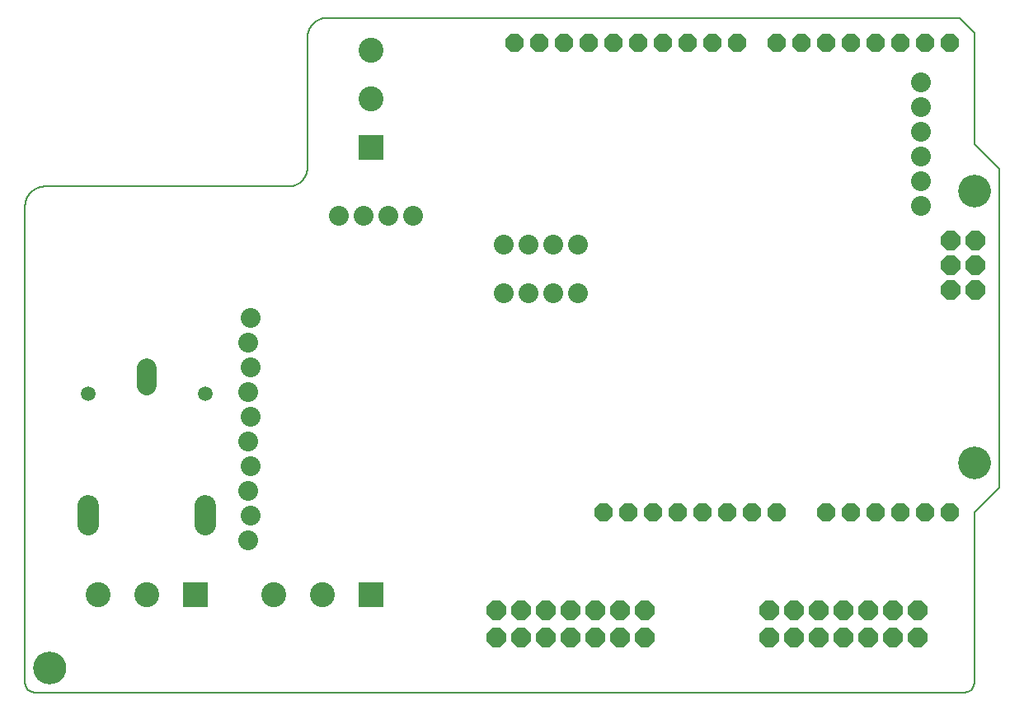
<source format=gbs>
G75*
%MOIN*%
%OFA0B0*%
%FSLAX25Y25*%
%IPPOS*%
%LPD*%
%AMOC8*
5,1,8,0,0,1.08239X$1,22.5*
%
%ADD10C,0.00591*%
%ADD11C,0.00000*%
%ADD12C,0.13198*%
%ADD13OC8,0.07200*%
%ADD14OC8,0.08000*%
%ADD15C,0.08000*%
%ADD16R,0.10100X0.10100*%
%ADD17C,0.10100*%
%ADD18C,0.07874*%
%ADD19C,0.08600*%
%ADD20C,0.05906*%
D10*
X0001500Y0005437D02*
X0001500Y0198350D01*
X0001502Y0198540D01*
X0001509Y0198730D01*
X0001521Y0198920D01*
X0001537Y0199110D01*
X0001557Y0199299D01*
X0001583Y0199488D01*
X0001612Y0199676D01*
X0001647Y0199863D01*
X0001686Y0200049D01*
X0001729Y0200234D01*
X0001777Y0200419D01*
X0001829Y0200602D01*
X0001885Y0200783D01*
X0001946Y0200963D01*
X0002012Y0201142D01*
X0002081Y0201319D01*
X0002155Y0201495D01*
X0002233Y0201668D01*
X0002316Y0201840D01*
X0002402Y0202009D01*
X0002492Y0202177D01*
X0002587Y0202342D01*
X0002685Y0202505D01*
X0002788Y0202665D01*
X0002894Y0202823D01*
X0003004Y0202978D01*
X0003117Y0203131D01*
X0003235Y0203281D01*
X0003356Y0203427D01*
X0003480Y0203571D01*
X0003608Y0203712D01*
X0003739Y0203850D01*
X0003874Y0203985D01*
X0004012Y0204116D01*
X0004153Y0204244D01*
X0004297Y0204368D01*
X0004443Y0204489D01*
X0004593Y0204607D01*
X0004746Y0204720D01*
X0004901Y0204830D01*
X0005059Y0204936D01*
X0005219Y0205039D01*
X0005382Y0205137D01*
X0005547Y0205232D01*
X0005715Y0205322D01*
X0005884Y0205408D01*
X0006056Y0205491D01*
X0006229Y0205569D01*
X0006405Y0205643D01*
X0006582Y0205712D01*
X0006761Y0205778D01*
X0006941Y0205839D01*
X0007122Y0205895D01*
X0007305Y0205947D01*
X0007490Y0205995D01*
X0007675Y0206038D01*
X0007861Y0206077D01*
X0008048Y0206112D01*
X0008236Y0206141D01*
X0008425Y0206167D01*
X0008614Y0206187D01*
X0008804Y0206203D01*
X0008994Y0206215D01*
X0009184Y0206222D01*
X0009374Y0206224D01*
X0107799Y0206224D01*
X0107989Y0206226D01*
X0108179Y0206233D01*
X0108369Y0206245D01*
X0108559Y0206261D01*
X0108748Y0206281D01*
X0108937Y0206307D01*
X0109125Y0206336D01*
X0109312Y0206371D01*
X0109498Y0206410D01*
X0109683Y0206453D01*
X0109868Y0206501D01*
X0110051Y0206553D01*
X0110232Y0206609D01*
X0110412Y0206670D01*
X0110591Y0206736D01*
X0110768Y0206805D01*
X0110944Y0206879D01*
X0111117Y0206957D01*
X0111289Y0207040D01*
X0111458Y0207126D01*
X0111626Y0207216D01*
X0111791Y0207311D01*
X0111954Y0207409D01*
X0112114Y0207512D01*
X0112272Y0207618D01*
X0112427Y0207728D01*
X0112580Y0207841D01*
X0112730Y0207959D01*
X0112876Y0208080D01*
X0113020Y0208204D01*
X0113161Y0208332D01*
X0113299Y0208463D01*
X0113434Y0208598D01*
X0113565Y0208736D01*
X0113693Y0208877D01*
X0113817Y0209021D01*
X0113938Y0209167D01*
X0114056Y0209317D01*
X0114169Y0209470D01*
X0114279Y0209625D01*
X0114385Y0209783D01*
X0114488Y0209943D01*
X0114586Y0210106D01*
X0114681Y0210271D01*
X0114771Y0210439D01*
X0114857Y0210608D01*
X0114940Y0210780D01*
X0115018Y0210953D01*
X0115092Y0211129D01*
X0115161Y0211306D01*
X0115227Y0211485D01*
X0115288Y0211665D01*
X0115344Y0211846D01*
X0115396Y0212029D01*
X0115444Y0212214D01*
X0115487Y0212399D01*
X0115526Y0212585D01*
X0115561Y0212772D01*
X0115590Y0212960D01*
X0115616Y0213149D01*
X0115636Y0213338D01*
X0115652Y0213528D01*
X0115664Y0213718D01*
X0115671Y0213908D01*
X0115673Y0214098D01*
X0115673Y0266618D01*
X0115675Y0266808D01*
X0115682Y0266998D01*
X0115694Y0267188D01*
X0115710Y0267378D01*
X0115730Y0267567D01*
X0115756Y0267756D01*
X0115785Y0267944D01*
X0115820Y0268131D01*
X0115859Y0268317D01*
X0115902Y0268502D01*
X0115950Y0268687D01*
X0116002Y0268870D01*
X0116058Y0269051D01*
X0116119Y0269231D01*
X0116185Y0269410D01*
X0116254Y0269587D01*
X0116328Y0269763D01*
X0116406Y0269936D01*
X0116489Y0270108D01*
X0116575Y0270277D01*
X0116665Y0270445D01*
X0116760Y0270610D01*
X0116858Y0270773D01*
X0116961Y0270933D01*
X0117067Y0271091D01*
X0117177Y0271246D01*
X0117290Y0271399D01*
X0117408Y0271549D01*
X0117529Y0271695D01*
X0117653Y0271839D01*
X0117781Y0271980D01*
X0117912Y0272118D01*
X0118047Y0272253D01*
X0118185Y0272384D01*
X0118326Y0272512D01*
X0118470Y0272636D01*
X0118616Y0272757D01*
X0118766Y0272875D01*
X0118919Y0272988D01*
X0119074Y0273098D01*
X0119232Y0273204D01*
X0119392Y0273307D01*
X0119555Y0273405D01*
X0119720Y0273500D01*
X0119888Y0273590D01*
X0120057Y0273676D01*
X0120229Y0273759D01*
X0120402Y0273837D01*
X0120578Y0273911D01*
X0120755Y0273980D01*
X0120934Y0274046D01*
X0121114Y0274107D01*
X0121295Y0274163D01*
X0121478Y0274215D01*
X0121663Y0274263D01*
X0121848Y0274306D01*
X0122034Y0274345D01*
X0122221Y0274380D01*
X0122409Y0274409D01*
X0122598Y0274435D01*
X0122787Y0274455D01*
X0122977Y0274471D01*
X0123167Y0274483D01*
X0123357Y0274490D01*
X0123547Y0274492D01*
X0379201Y0274492D01*
X0385201Y0268492D01*
X0385201Y0223492D01*
X0395201Y0213492D01*
X0395201Y0084492D01*
X0385201Y0074492D01*
X0385201Y0005437D01*
X0385199Y0005313D01*
X0385193Y0005190D01*
X0385184Y0005066D01*
X0385170Y0004944D01*
X0385153Y0004821D01*
X0385131Y0004699D01*
X0385106Y0004578D01*
X0385077Y0004458D01*
X0385045Y0004339D01*
X0385008Y0004220D01*
X0384968Y0004103D01*
X0384925Y0003988D01*
X0384877Y0003873D01*
X0384826Y0003761D01*
X0384772Y0003650D01*
X0384714Y0003540D01*
X0384653Y0003433D01*
X0384588Y0003327D01*
X0384520Y0003224D01*
X0384449Y0003123D01*
X0384375Y0003024D01*
X0384298Y0002927D01*
X0384217Y0002833D01*
X0384134Y0002742D01*
X0384048Y0002653D01*
X0383959Y0002567D01*
X0383868Y0002484D01*
X0383774Y0002403D01*
X0383677Y0002326D01*
X0383578Y0002252D01*
X0383477Y0002181D01*
X0383374Y0002113D01*
X0383268Y0002048D01*
X0383161Y0001987D01*
X0383051Y0001929D01*
X0382940Y0001875D01*
X0382828Y0001824D01*
X0382713Y0001776D01*
X0382598Y0001733D01*
X0382481Y0001693D01*
X0382362Y0001656D01*
X0382243Y0001624D01*
X0382123Y0001595D01*
X0382002Y0001570D01*
X0381880Y0001548D01*
X0381757Y0001531D01*
X0381635Y0001517D01*
X0381511Y0001508D01*
X0381388Y0001502D01*
X0381264Y0001500D01*
X0005437Y0001500D01*
X0005313Y0001502D01*
X0005190Y0001508D01*
X0005066Y0001517D01*
X0004944Y0001531D01*
X0004821Y0001548D01*
X0004699Y0001570D01*
X0004578Y0001595D01*
X0004458Y0001624D01*
X0004339Y0001656D01*
X0004220Y0001693D01*
X0004103Y0001733D01*
X0003988Y0001776D01*
X0003873Y0001824D01*
X0003761Y0001875D01*
X0003650Y0001929D01*
X0003540Y0001987D01*
X0003433Y0002048D01*
X0003327Y0002113D01*
X0003224Y0002181D01*
X0003123Y0002252D01*
X0003024Y0002326D01*
X0002927Y0002403D01*
X0002833Y0002484D01*
X0002742Y0002567D01*
X0002653Y0002653D01*
X0002567Y0002742D01*
X0002484Y0002833D01*
X0002403Y0002927D01*
X0002326Y0003024D01*
X0002252Y0003123D01*
X0002181Y0003224D01*
X0002113Y0003327D01*
X0002048Y0003433D01*
X0001987Y0003540D01*
X0001929Y0003650D01*
X0001875Y0003761D01*
X0001824Y0003873D01*
X0001776Y0003988D01*
X0001733Y0004103D01*
X0001693Y0004220D01*
X0001656Y0004339D01*
X0001624Y0004458D01*
X0001595Y0004578D01*
X0001570Y0004699D01*
X0001548Y0004821D01*
X0001531Y0004944D01*
X0001517Y0005066D01*
X0001508Y0005190D01*
X0001502Y0005313D01*
X0001500Y0005437D01*
D11*
X0005201Y0011500D02*
X0005203Y0011658D01*
X0005209Y0011816D01*
X0005219Y0011974D01*
X0005233Y0012132D01*
X0005251Y0012289D01*
X0005272Y0012446D01*
X0005298Y0012602D01*
X0005328Y0012758D01*
X0005361Y0012913D01*
X0005399Y0013066D01*
X0005440Y0013219D01*
X0005485Y0013371D01*
X0005534Y0013522D01*
X0005587Y0013671D01*
X0005643Y0013819D01*
X0005703Y0013965D01*
X0005767Y0014110D01*
X0005835Y0014253D01*
X0005906Y0014395D01*
X0005980Y0014535D01*
X0006058Y0014672D01*
X0006140Y0014808D01*
X0006224Y0014942D01*
X0006313Y0015073D01*
X0006404Y0015202D01*
X0006499Y0015329D01*
X0006596Y0015454D01*
X0006697Y0015576D01*
X0006801Y0015695D01*
X0006908Y0015812D01*
X0007018Y0015926D01*
X0007131Y0016037D01*
X0007246Y0016146D01*
X0007364Y0016251D01*
X0007485Y0016353D01*
X0007608Y0016453D01*
X0007734Y0016549D01*
X0007862Y0016642D01*
X0007992Y0016732D01*
X0008125Y0016818D01*
X0008260Y0016902D01*
X0008396Y0016981D01*
X0008535Y0017058D01*
X0008676Y0017130D01*
X0008818Y0017200D01*
X0008962Y0017265D01*
X0009108Y0017327D01*
X0009255Y0017385D01*
X0009404Y0017440D01*
X0009554Y0017491D01*
X0009705Y0017538D01*
X0009857Y0017581D01*
X0010010Y0017620D01*
X0010165Y0017656D01*
X0010320Y0017687D01*
X0010476Y0017715D01*
X0010632Y0017739D01*
X0010789Y0017759D01*
X0010947Y0017775D01*
X0011104Y0017787D01*
X0011263Y0017795D01*
X0011421Y0017799D01*
X0011579Y0017799D01*
X0011737Y0017795D01*
X0011896Y0017787D01*
X0012053Y0017775D01*
X0012211Y0017759D01*
X0012368Y0017739D01*
X0012524Y0017715D01*
X0012680Y0017687D01*
X0012835Y0017656D01*
X0012990Y0017620D01*
X0013143Y0017581D01*
X0013295Y0017538D01*
X0013446Y0017491D01*
X0013596Y0017440D01*
X0013745Y0017385D01*
X0013892Y0017327D01*
X0014038Y0017265D01*
X0014182Y0017200D01*
X0014324Y0017130D01*
X0014465Y0017058D01*
X0014604Y0016981D01*
X0014740Y0016902D01*
X0014875Y0016818D01*
X0015008Y0016732D01*
X0015138Y0016642D01*
X0015266Y0016549D01*
X0015392Y0016453D01*
X0015515Y0016353D01*
X0015636Y0016251D01*
X0015754Y0016146D01*
X0015869Y0016037D01*
X0015982Y0015926D01*
X0016092Y0015812D01*
X0016199Y0015695D01*
X0016303Y0015576D01*
X0016404Y0015454D01*
X0016501Y0015329D01*
X0016596Y0015202D01*
X0016687Y0015073D01*
X0016776Y0014942D01*
X0016860Y0014808D01*
X0016942Y0014672D01*
X0017020Y0014535D01*
X0017094Y0014395D01*
X0017165Y0014253D01*
X0017233Y0014110D01*
X0017297Y0013965D01*
X0017357Y0013819D01*
X0017413Y0013671D01*
X0017466Y0013522D01*
X0017515Y0013371D01*
X0017560Y0013219D01*
X0017601Y0013066D01*
X0017639Y0012913D01*
X0017672Y0012758D01*
X0017702Y0012602D01*
X0017728Y0012446D01*
X0017749Y0012289D01*
X0017767Y0012132D01*
X0017781Y0011974D01*
X0017791Y0011816D01*
X0017797Y0011658D01*
X0017799Y0011500D01*
X0017797Y0011342D01*
X0017791Y0011184D01*
X0017781Y0011026D01*
X0017767Y0010868D01*
X0017749Y0010711D01*
X0017728Y0010554D01*
X0017702Y0010398D01*
X0017672Y0010242D01*
X0017639Y0010087D01*
X0017601Y0009934D01*
X0017560Y0009781D01*
X0017515Y0009629D01*
X0017466Y0009478D01*
X0017413Y0009329D01*
X0017357Y0009181D01*
X0017297Y0009035D01*
X0017233Y0008890D01*
X0017165Y0008747D01*
X0017094Y0008605D01*
X0017020Y0008465D01*
X0016942Y0008328D01*
X0016860Y0008192D01*
X0016776Y0008058D01*
X0016687Y0007927D01*
X0016596Y0007798D01*
X0016501Y0007671D01*
X0016404Y0007546D01*
X0016303Y0007424D01*
X0016199Y0007305D01*
X0016092Y0007188D01*
X0015982Y0007074D01*
X0015869Y0006963D01*
X0015754Y0006854D01*
X0015636Y0006749D01*
X0015515Y0006647D01*
X0015392Y0006547D01*
X0015266Y0006451D01*
X0015138Y0006358D01*
X0015008Y0006268D01*
X0014875Y0006182D01*
X0014740Y0006098D01*
X0014604Y0006019D01*
X0014465Y0005942D01*
X0014324Y0005870D01*
X0014182Y0005800D01*
X0014038Y0005735D01*
X0013892Y0005673D01*
X0013745Y0005615D01*
X0013596Y0005560D01*
X0013446Y0005509D01*
X0013295Y0005462D01*
X0013143Y0005419D01*
X0012990Y0005380D01*
X0012835Y0005344D01*
X0012680Y0005313D01*
X0012524Y0005285D01*
X0012368Y0005261D01*
X0012211Y0005241D01*
X0012053Y0005225D01*
X0011896Y0005213D01*
X0011737Y0005205D01*
X0011579Y0005201D01*
X0011421Y0005201D01*
X0011263Y0005205D01*
X0011104Y0005213D01*
X0010947Y0005225D01*
X0010789Y0005241D01*
X0010632Y0005261D01*
X0010476Y0005285D01*
X0010320Y0005313D01*
X0010165Y0005344D01*
X0010010Y0005380D01*
X0009857Y0005419D01*
X0009705Y0005462D01*
X0009554Y0005509D01*
X0009404Y0005560D01*
X0009255Y0005615D01*
X0009108Y0005673D01*
X0008962Y0005735D01*
X0008818Y0005800D01*
X0008676Y0005870D01*
X0008535Y0005942D01*
X0008396Y0006019D01*
X0008260Y0006098D01*
X0008125Y0006182D01*
X0007992Y0006268D01*
X0007862Y0006358D01*
X0007734Y0006451D01*
X0007608Y0006547D01*
X0007485Y0006647D01*
X0007364Y0006749D01*
X0007246Y0006854D01*
X0007131Y0006963D01*
X0007018Y0007074D01*
X0006908Y0007188D01*
X0006801Y0007305D01*
X0006697Y0007424D01*
X0006596Y0007546D01*
X0006499Y0007671D01*
X0006404Y0007798D01*
X0006313Y0007927D01*
X0006224Y0008058D01*
X0006140Y0008192D01*
X0006058Y0008328D01*
X0005980Y0008465D01*
X0005906Y0008605D01*
X0005835Y0008747D01*
X0005767Y0008890D01*
X0005703Y0009035D01*
X0005643Y0009181D01*
X0005587Y0009329D01*
X0005534Y0009478D01*
X0005485Y0009629D01*
X0005440Y0009781D01*
X0005399Y0009934D01*
X0005361Y0010087D01*
X0005328Y0010242D01*
X0005298Y0010398D01*
X0005272Y0010554D01*
X0005251Y0010711D01*
X0005233Y0010868D01*
X0005219Y0011026D01*
X0005209Y0011184D01*
X0005203Y0011342D01*
X0005201Y0011500D01*
X0378981Y0094492D02*
X0378983Y0094650D01*
X0378989Y0094808D01*
X0378999Y0094966D01*
X0379013Y0095124D01*
X0379031Y0095281D01*
X0379052Y0095438D01*
X0379078Y0095594D01*
X0379108Y0095750D01*
X0379141Y0095905D01*
X0379179Y0096058D01*
X0379220Y0096211D01*
X0379265Y0096363D01*
X0379314Y0096514D01*
X0379367Y0096663D01*
X0379423Y0096811D01*
X0379483Y0096957D01*
X0379547Y0097102D01*
X0379615Y0097245D01*
X0379686Y0097387D01*
X0379760Y0097527D01*
X0379838Y0097664D01*
X0379920Y0097800D01*
X0380004Y0097934D01*
X0380093Y0098065D01*
X0380184Y0098194D01*
X0380279Y0098321D01*
X0380376Y0098446D01*
X0380477Y0098568D01*
X0380581Y0098687D01*
X0380688Y0098804D01*
X0380798Y0098918D01*
X0380911Y0099029D01*
X0381026Y0099138D01*
X0381144Y0099243D01*
X0381265Y0099345D01*
X0381388Y0099445D01*
X0381514Y0099541D01*
X0381642Y0099634D01*
X0381772Y0099724D01*
X0381905Y0099810D01*
X0382040Y0099894D01*
X0382176Y0099973D01*
X0382315Y0100050D01*
X0382456Y0100122D01*
X0382598Y0100192D01*
X0382742Y0100257D01*
X0382888Y0100319D01*
X0383035Y0100377D01*
X0383184Y0100432D01*
X0383334Y0100483D01*
X0383485Y0100530D01*
X0383637Y0100573D01*
X0383790Y0100612D01*
X0383945Y0100648D01*
X0384100Y0100679D01*
X0384256Y0100707D01*
X0384412Y0100731D01*
X0384569Y0100751D01*
X0384727Y0100767D01*
X0384884Y0100779D01*
X0385043Y0100787D01*
X0385201Y0100791D01*
X0385359Y0100791D01*
X0385517Y0100787D01*
X0385676Y0100779D01*
X0385833Y0100767D01*
X0385991Y0100751D01*
X0386148Y0100731D01*
X0386304Y0100707D01*
X0386460Y0100679D01*
X0386615Y0100648D01*
X0386770Y0100612D01*
X0386923Y0100573D01*
X0387075Y0100530D01*
X0387226Y0100483D01*
X0387376Y0100432D01*
X0387525Y0100377D01*
X0387672Y0100319D01*
X0387818Y0100257D01*
X0387962Y0100192D01*
X0388104Y0100122D01*
X0388245Y0100050D01*
X0388384Y0099973D01*
X0388520Y0099894D01*
X0388655Y0099810D01*
X0388788Y0099724D01*
X0388918Y0099634D01*
X0389046Y0099541D01*
X0389172Y0099445D01*
X0389295Y0099345D01*
X0389416Y0099243D01*
X0389534Y0099138D01*
X0389649Y0099029D01*
X0389762Y0098918D01*
X0389872Y0098804D01*
X0389979Y0098687D01*
X0390083Y0098568D01*
X0390184Y0098446D01*
X0390281Y0098321D01*
X0390376Y0098194D01*
X0390467Y0098065D01*
X0390556Y0097934D01*
X0390640Y0097800D01*
X0390722Y0097664D01*
X0390800Y0097527D01*
X0390874Y0097387D01*
X0390945Y0097245D01*
X0391013Y0097102D01*
X0391077Y0096957D01*
X0391137Y0096811D01*
X0391193Y0096663D01*
X0391246Y0096514D01*
X0391295Y0096363D01*
X0391340Y0096211D01*
X0391381Y0096058D01*
X0391419Y0095905D01*
X0391452Y0095750D01*
X0391482Y0095594D01*
X0391508Y0095438D01*
X0391529Y0095281D01*
X0391547Y0095124D01*
X0391561Y0094966D01*
X0391571Y0094808D01*
X0391577Y0094650D01*
X0391579Y0094492D01*
X0391577Y0094334D01*
X0391571Y0094176D01*
X0391561Y0094018D01*
X0391547Y0093860D01*
X0391529Y0093703D01*
X0391508Y0093546D01*
X0391482Y0093390D01*
X0391452Y0093234D01*
X0391419Y0093079D01*
X0391381Y0092926D01*
X0391340Y0092773D01*
X0391295Y0092621D01*
X0391246Y0092470D01*
X0391193Y0092321D01*
X0391137Y0092173D01*
X0391077Y0092027D01*
X0391013Y0091882D01*
X0390945Y0091739D01*
X0390874Y0091597D01*
X0390800Y0091457D01*
X0390722Y0091320D01*
X0390640Y0091184D01*
X0390556Y0091050D01*
X0390467Y0090919D01*
X0390376Y0090790D01*
X0390281Y0090663D01*
X0390184Y0090538D01*
X0390083Y0090416D01*
X0389979Y0090297D01*
X0389872Y0090180D01*
X0389762Y0090066D01*
X0389649Y0089955D01*
X0389534Y0089846D01*
X0389416Y0089741D01*
X0389295Y0089639D01*
X0389172Y0089539D01*
X0389046Y0089443D01*
X0388918Y0089350D01*
X0388788Y0089260D01*
X0388655Y0089174D01*
X0388520Y0089090D01*
X0388384Y0089011D01*
X0388245Y0088934D01*
X0388104Y0088862D01*
X0387962Y0088792D01*
X0387818Y0088727D01*
X0387672Y0088665D01*
X0387525Y0088607D01*
X0387376Y0088552D01*
X0387226Y0088501D01*
X0387075Y0088454D01*
X0386923Y0088411D01*
X0386770Y0088372D01*
X0386615Y0088336D01*
X0386460Y0088305D01*
X0386304Y0088277D01*
X0386148Y0088253D01*
X0385991Y0088233D01*
X0385833Y0088217D01*
X0385676Y0088205D01*
X0385517Y0088197D01*
X0385359Y0088193D01*
X0385201Y0088193D01*
X0385043Y0088197D01*
X0384884Y0088205D01*
X0384727Y0088217D01*
X0384569Y0088233D01*
X0384412Y0088253D01*
X0384256Y0088277D01*
X0384100Y0088305D01*
X0383945Y0088336D01*
X0383790Y0088372D01*
X0383637Y0088411D01*
X0383485Y0088454D01*
X0383334Y0088501D01*
X0383184Y0088552D01*
X0383035Y0088607D01*
X0382888Y0088665D01*
X0382742Y0088727D01*
X0382598Y0088792D01*
X0382456Y0088862D01*
X0382315Y0088934D01*
X0382176Y0089011D01*
X0382040Y0089090D01*
X0381905Y0089174D01*
X0381772Y0089260D01*
X0381642Y0089350D01*
X0381514Y0089443D01*
X0381388Y0089539D01*
X0381265Y0089639D01*
X0381144Y0089741D01*
X0381026Y0089846D01*
X0380911Y0089955D01*
X0380798Y0090066D01*
X0380688Y0090180D01*
X0380581Y0090297D01*
X0380477Y0090416D01*
X0380376Y0090538D01*
X0380279Y0090663D01*
X0380184Y0090790D01*
X0380093Y0090919D01*
X0380004Y0091050D01*
X0379920Y0091184D01*
X0379838Y0091320D01*
X0379760Y0091457D01*
X0379686Y0091597D01*
X0379615Y0091739D01*
X0379547Y0091882D01*
X0379483Y0092027D01*
X0379423Y0092173D01*
X0379367Y0092321D01*
X0379314Y0092470D01*
X0379265Y0092621D01*
X0379220Y0092773D01*
X0379179Y0092926D01*
X0379141Y0093079D01*
X0379108Y0093234D01*
X0379078Y0093390D01*
X0379052Y0093546D01*
X0379031Y0093703D01*
X0379013Y0093860D01*
X0378999Y0094018D01*
X0378989Y0094176D01*
X0378983Y0094334D01*
X0378981Y0094492D01*
X0378981Y0204492D02*
X0378983Y0204650D01*
X0378989Y0204808D01*
X0378999Y0204966D01*
X0379013Y0205124D01*
X0379031Y0205281D01*
X0379052Y0205438D01*
X0379078Y0205594D01*
X0379108Y0205750D01*
X0379141Y0205905D01*
X0379179Y0206058D01*
X0379220Y0206211D01*
X0379265Y0206363D01*
X0379314Y0206514D01*
X0379367Y0206663D01*
X0379423Y0206811D01*
X0379483Y0206957D01*
X0379547Y0207102D01*
X0379615Y0207245D01*
X0379686Y0207387D01*
X0379760Y0207527D01*
X0379838Y0207664D01*
X0379920Y0207800D01*
X0380004Y0207934D01*
X0380093Y0208065D01*
X0380184Y0208194D01*
X0380279Y0208321D01*
X0380376Y0208446D01*
X0380477Y0208568D01*
X0380581Y0208687D01*
X0380688Y0208804D01*
X0380798Y0208918D01*
X0380911Y0209029D01*
X0381026Y0209138D01*
X0381144Y0209243D01*
X0381265Y0209345D01*
X0381388Y0209445D01*
X0381514Y0209541D01*
X0381642Y0209634D01*
X0381772Y0209724D01*
X0381905Y0209810D01*
X0382040Y0209894D01*
X0382176Y0209973D01*
X0382315Y0210050D01*
X0382456Y0210122D01*
X0382598Y0210192D01*
X0382742Y0210257D01*
X0382888Y0210319D01*
X0383035Y0210377D01*
X0383184Y0210432D01*
X0383334Y0210483D01*
X0383485Y0210530D01*
X0383637Y0210573D01*
X0383790Y0210612D01*
X0383945Y0210648D01*
X0384100Y0210679D01*
X0384256Y0210707D01*
X0384412Y0210731D01*
X0384569Y0210751D01*
X0384727Y0210767D01*
X0384884Y0210779D01*
X0385043Y0210787D01*
X0385201Y0210791D01*
X0385359Y0210791D01*
X0385517Y0210787D01*
X0385676Y0210779D01*
X0385833Y0210767D01*
X0385991Y0210751D01*
X0386148Y0210731D01*
X0386304Y0210707D01*
X0386460Y0210679D01*
X0386615Y0210648D01*
X0386770Y0210612D01*
X0386923Y0210573D01*
X0387075Y0210530D01*
X0387226Y0210483D01*
X0387376Y0210432D01*
X0387525Y0210377D01*
X0387672Y0210319D01*
X0387818Y0210257D01*
X0387962Y0210192D01*
X0388104Y0210122D01*
X0388245Y0210050D01*
X0388384Y0209973D01*
X0388520Y0209894D01*
X0388655Y0209810D01*
X0388788Y0209724D01*
X0388918Y0209634D01*
X0389046Y0209541D01*
X0389172Y0209445D01*
X0389295Y0209345D01*
X0389416Y0209243D01*
X0389534Y0209138D01*
X0389649Y0209029D01*
X0389762Y0208918D01*
X0389872Y0208804D01*
X0389979Y0208687D01*
X0390083Y0208568D01*
X0390184Y0208446D01*
X0390281Y0208321D01*
X0390376Y0208194D01*
X0390467Y0208065D01*
X0390556Y0207934D01*
X0390640Y0207800D01*
X0390722Y0207664D01*
X0390800Y0207527D01*
X0390874Y0207387D01*
X0390945Y0207245D01*
X0391013Y0207102D01*
X0391077Y0206957D01*
X0391137Y0206811D01*
X0391193Y0206663D01*
X0391246Y0206514D01*
X0391295Y0206363D01*
X0391340Y0206211D01*
X0391381Y0206058D01*
X0391419Y0205905D01*
X0391452Y0205750D01*
X0391482Y0205594D01*
X0391508Y0205438D01*
X0391529Y0205281D01*
X0391547Y0205124D01*
X0391561Y0204966D01*
X0391571Y0204808D01*
X0391577Y0204650D01*
X0391579Y0204492D01*
X0391577Y0204334D01*
X0391571Y0204176D01*
X0391561Y0204018D01*
X0391547Y0203860D01*
X0391529Y0203703D01*
X0391508Y0203546D01*
X0391482Y0203390D01*
X0391452Y0203234D01*
X0391419Y0203079D01*
X0391381Y0202926D01*
X0391340Y0202773D01*
X0391295Y0202621D01*
X0391246Y0202470D01*
X0391193Y0202321D01*
X0391137Y0202173D01*
X0391077Y0202027D01*
X0391013Y0201882D01*
X0390945Y0201739D01*
X0390874Y0201597D01*
X0390800Y0201457D01*
X0390722Y0201320D01*
X0390640Y0201184D01*
X0390556Y0201050D01*
X0390467Y0200919D01*
X0390376Y0200790D01*
X0390281Y0200663D01*
X0390184Y0200538D01*
X0390083Y0200416D01*
X0389979Y0200297D01*
X0389872Y0200180D01*
X0389762Y0200066D01*
X0389649Y0199955D01*
X0389534Y0199846D01*
X0389416Y0199741D01*
X0389295Y0199639D01*
X0389172Y0199539D01*
X0389046Y0199443D01*
X0388918Y0199350D01*
X0388788Y0199260D01*
X0388655Y0199174D01*
X0388520Y0199090D01*
X0388384Y0199011D01*
X0388245Y0198934D01*
X0388104Y0198862D01*
X0387962Y0198792D01*
X0387818Y0198727D01*
X0387672Y0198665D01*
X0387525Y0198607D01*
X0387376Y0198552D01*
X0387226Y0198501D01*
X0387075Y0198454D01*
X0386923Y0198411D01*
X0386770Y0198372D01*
X0386615Y0198336D01*
X0386460Y0198305D01*
X0386304Y0198277D01*
X0386148Y0198253D01*
X0385991Y0198233D01*
X0385833Y0198217D01*
X0385676Y0198205D01*
X0385517Y0198197D01*
X0385359Y0198193D01*
X0385201Y0198193D01*
X0385043Y0198197D01*
X0384884Y0198205D01*
X0384727Y0198217D01*
X0384569Y0198233D01*
X0384412Y0198253D01*
X0384256Y0198277D01*
X0384100Y0198305D01*
X0383945Y0198336D01*
X0383790Y0198372D01*
X0383637Y0198411D01*
X0383485Y0198454D01*
X0383334Y0198501D01*
X0383184Y0198552D01*
X0383035Y0198607D01*
X0382888Y0198665D01*
X0382742Y0198727D01*
X0382598Y0198792D01*
X0382456Y0198862D01*
X0382315Y0198934D01*
X0382176Y0199011D01*
X0382040Y0199090D01*
X0381905Y0199174D01*
X0381772Y0199260D01*
X0381642Y0199350D01*
X0381514Y0199443D01*
X0381388Y0199539D01*
X0381265Y0199639D01*
X0381144Y0199741D01*
X0381026Y0199846D01*
X0380911Y0199955D01*
X0380798Y0200066D01*
X0380688Y0200180D01*
X0380581Y0200297D01*
X0380477Y0200416D01*
X0380376Y0200538D01*
X0380279Y0200663D01*
X0380184Y0200790D01*
X0380093Y0200919D01*
X0380004Y0201050D01*
X0379920Y0201184D01*
X0379838Y0201320D01*
X0379760Y0201457D01*
X0379686Y0201597D01*
X0379615Y0201739D01*
X0379547Y0201882D01*
X0379483Y0202027D01*
X0379423Y0202173D01*
X0379367Y0202321D01*
X0379314Y0202470D01*
X0379265Y0202621D01*
X0379220Y0202773D01*
X0379179Y0202926D01*
X0379141Y0203079D01*
X0379108Y0203234D01*
X0379078Y0203390D01*
X0379052Y0203546D01*
X0379031Y0203703D01*
X0379013Y0203860D01*
X0378999Y0204018D01*
X0378989Y0204176D01*
X0378983Y0204334D01*
X0378981Y0204492D01*
D12*
X0385280Y0204492D03*
X0385280Y0094492D03*
X0011500Y0011500D03*
D13*
X0235201Y0074492D03*
X0245201Y0074492D03*
X0255201Y0074492D03*
X0265201Y0074492D03*
X0275201Y0074492D03*
X0285201Y0074492D03*
X0295201Y0074492D03*
X0305201Y0074492D03*
X0325201Y0074492D03*
X0335201Y0074492D03*
X0345201Y0074492D03*
X0355201Y0074492D03*
X0365201Y0074492D03*
X0375201Y0074492D03*
X0375201Y0264492D03*
X0365201Y0264492D03*
X0355201Y0264492D03*
X0345201Y0264492D03*
X0335201Y0264492D03*
X0325201Y0264492D03*
X0315201Y0264492D03*
X0305201Y0264492D03*
X0289201Y0264492D03*
X0279201Y0264492D03*
X0269201Y0264492D03*
X0259201Y0264492D03*
X0249201Y0264492D03*
X0239201Y0264492D03*
X0229201Y0264492D03*
X0219201Y0264492D03*
X0209201Y0264492D03*
X0199201Y0264492D03*
D14*
X0375701Y0184492D03*
X0385701Y0184492D03*
X0385701Y0174492D03*
X0385701Y0164492D03*
X0375701Y0164492D03*
X0375701Y0174492D03*
X0362209Y0034559D03*
X0352209Y0034559D03*
X0342209Y0034559D03*
X0332209Y0034559D03*
X0322209Y0034559D03*
X0312209Y0034559D03*
X0302209Y0034559D03*
X0302209Y0023559D03*
X0312209Y0023559D03*
X0322209Y0023559D03*
X0332209Y0023559D03*
X0342209Y0023559D03*
X0352209Y0023559D03*
X0362209Y0023559D03*
X0251972Y0023559D03*
X0241972Y0023559D03*
X0231972Y0023559D03*
X0221972Y0023559D03*
X0211972Y0023559D03*
X0201972Y0023559D03*
X0191972Y0023559D03*
X0191972Y0034559D03*
X0201972Y0034559D03*
X0211972Y0034559D03*
X0221972Y0034559D03*
X0231972Y0034559D03*
X0241972Y0034559D03*
X0251972Y0034559D03*
D15*
X0091551Y0063075D03*
X0092551Y0073075D03*
X0091551Y0083075D03*
X0092551Y0093075D03*
X0091551Y0103075D03*
X0092551Y0113075D03*
X0091551Y0123075D03*
X0092551Y0133075D03*
X0091551Y0143075D03*
X0092551Y0153075D03*
X0128232Y0194413D03*
X0138232Y0194413D03*
X0148232Y0194413D03*
X0158232Y0194413D03*
X0195161Y0182602D03*
X0205161Y0182602D03*
X0215161Y0182602D03*
X0225161Y0182602D03*
X0225161Y0162917D03*
X0215161Y0162917D03*
X0205161Y0162917D03*
X0195161Y0162917D03*
X0363705Y0198350D03*
X0363705Y0208350D03*
X0363705Y0218350D03*
X0363705Y0228350D03*
X0363705Y0238350D03*
X0363705Y0248350D03*
D16*
X0141264Y0221972D03*
X0141264Y0040870D03*
X0070398Y0040870D03*
D17*
X0050713Y0040870D03*
X0031028Y0040870D03*
X0101894Y0040870D03*
X0121579Y0040870D03*
X0141264Y0241657D03*
X0141264Y0261343D03*
D18*
X0050713Y0132799D02*
X0050713Y0125713D01*
D19*
X0074335Y0077091D02*
X0074335Y0069217D01*
X0027091Y0069217D02*
X0027091Y0077091D01*
D20*
X0027091Y0122366D03*
X0074335Y0122366D03*
M02*

</source>
